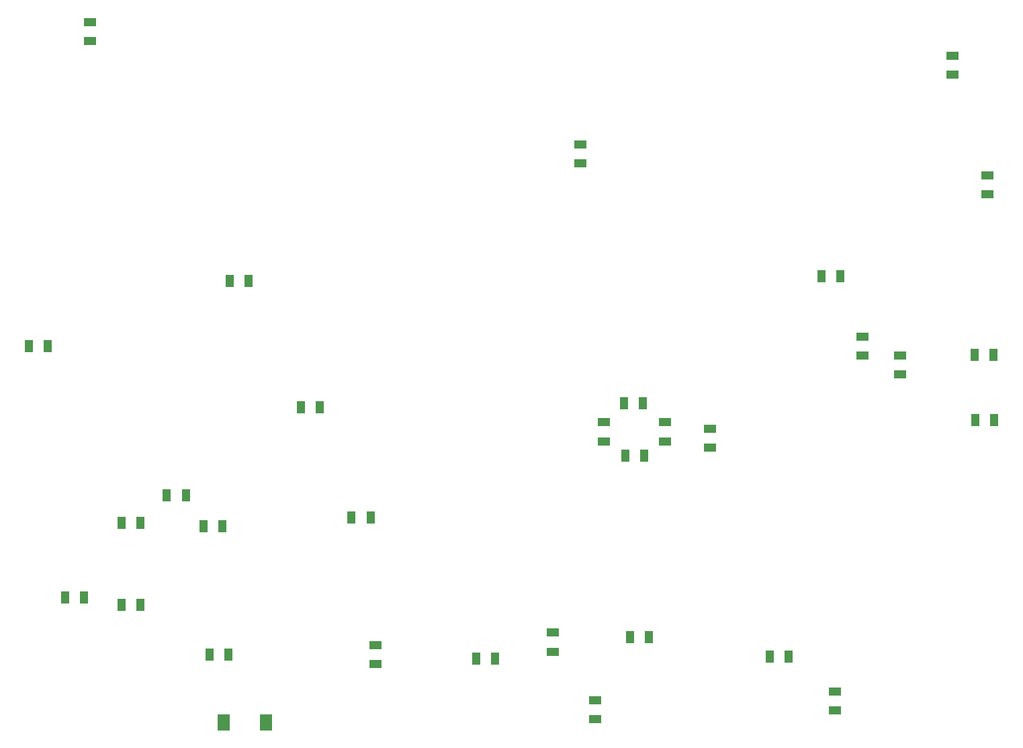
<source format=gbp>
%FSLAX24Y24*%
%MOIN*%
G70*
G01*
G75*
G04 Layer_Color=128*
%ADD10O,0.0110X0.0866*%
%ADD11R,0.0110X0.0866*%
%ADD12R,0.0866X0.0110*%
%ADD13R,0.0787X0.0394*%
%ADD14R,0.0472X0.0709*%
%ADD15R,0.0591X0.0472*%
%ADD16R,0.0512X0.0433*%
%ADD17R,0.0591X0.0433*%
%ADD18R,0.0472X0.0906*%
%ADD19R,0.1575X0.0866*%
%ADD20R,0.2165X0.1772*%
%ADD21R,0.0236X0.0591*%
%ADD22O,0.0236X0.0591*%
%ADD23R,0.0433X0.0591*%
%ADD24O,0.0236X0.0787*%
%ADD25R,0.0236X0.0787*%
%ADD26R,0.0591X0.0787*%
%ADD27R,0.0787X0.0591*%
%ADD28R,0.0709X0.0472*%
%ADD29O,0.0591X0.0236*%
%ADD30R,0.0591X0.0236*%
%ADD31R,0.1772X0.2165*%
%ADD32R,0.0394X0.0787*%
%ADD33R,0.0787X0.1575*%
%ADD34R,0.0472X0.0591*%
%ADD35R,0.0433X0.0512*%
%ADD36R,0.0787X0.0236*%
%ADD37O,0.0787X0.0236*%
%ADD38R,0.0315X0.0335*%
%ADD39C,0.0157*%
%ADD40C,0.0098*%
%ADD41C,0.0394*%
%ADD42C,0.0079*%
%ADD43C,0.0197*%
%ADD44C,0.0236*%
%ADD45C,0.0118*%
%ADD46C,0.0138*%
%ADD47C,0.0100*%
%ADD48R,0.1339X0.1063*%
%ADD49R,0.3071X0.1772*%
%ADD50R,0.1299X0.1535*%
%ADD51R,0.1575X0.1417*%
%ADD52R,0.0193X0.0151*%
%ADD53R,0.1116X0.0604*%
%ADD54R,0.1063X0.0906*%
%ADD55R,0.0512X0.0157*%
%ADD56C,0.1181*%
%ADD57C,0.0600*%
%ADD58C,0.0709*%
%ADD59C,0.0787*%
%ADD60R,0.0787X0.0787*%
%ADD61R,0.1181X0.0669*%
%ADD62O,0.1181X0.0669*%
%ADD63C,0.0591*%
%ADD64R,0.0591X0.0591*%
%ADD65R,0.0984X0.0984*%
%ADD66C,0.0984*%
%ADD67R,0.0472X0.0984*%
%ADD68O,0.0472X0.0984*%
%ADD69C,0.0669*%
%ADD70R,0.0669X0.0669*%
%ADD71R,0.0591X0.0591*%
%ADD72R,0.0787X0.0787*%
%ADD73C,0.0500*%
%ADD74C,0.0787*%
%ADD75R,0.4213X0.3504*%
%ADD76R,0.7165X0.3189*%
%ADD77R,0.1732X0.1811*%
%ADD78R,0.2795X0.6811*%
%ADD79C,0.0039*%
%ADD80C,0.0102*%
%ADD81C,0.0080*%
%ADD82R,5.3228X0.0551*%
D17*
X36890Y19803D02*
D03*
Y20749D02*
D03*
X43071Y7717D02*
D03*
Y6771D02*
D03*
X20276Y10001D02*
D03*
Y9054D02*
D03*
X30433Y33897D02*
D03*
Y34843D02*
D03*
X50630Y32362D02*
D03*
Y33308D02*
D03*
X31181Y7284D02*
D03*
Y6338D02*
D03*
X29094Y10631D02*
D03*
Y9684D02*
D03*
X34646Y21064D02*
D03*
Y20117D02*
D03*
X31614Y21064D02*
D03*
Y20117D02*
D03*
X46299Y23425D02*
D03*
Y24371D02*
D03*
X48898Y39253D02*
D03*
Y38306D02*
D03*
X6102Y40906D02*
D03*
Y39960D02*
D03*
X44449Y25316D02*
D03*
Y24369D02*
D03*
D23*
X4881Y12362D02*
D03*
X5827D02*
D03*
X8623Y12008D02*
D03*
X7677D02*
D03*
X8623Y16063D02*
D03*
X7677D02*
D03*
X12678Y15906D02*
D03*
X11732D02*
D03*
X10867Y17441D02*
D03*
X9921D02*
D03*
X3070Y24843D02*
D03*
X4016D02*
D03*
X13031Y28071D02*
D03*
X13977D02*
D03*
X42401Y28307D02*
D03*
X43347D02*
D03*
X50946Y24409D02*
D03*
X49999D02*
D03*
X12993Y9528D02*
D03*
X12047D02*
D03*
X26221Y9331D02*
D03*
X25275D02*
D03*
X32913Y10394D02*
D03*
X33859D02*
D03*
X39842Y9449D02*
D03*
X40788D02*
D03*
X20040Y16339D02*
D03*
X19094D02*
D03*
X17520Y21811D02*
D03*
X16574D02*
D03*
X33623Y19409D02*
D03*
X32677D02*
D03*
X33544Y22008D02*
D03*
X32598D02*
D03*
X50985Y21181D02*
D03*
X50039D02*
D03*
D26*
X12732Y6181D02*
D03*
X14828D02*
D03*
M02*

</source>
